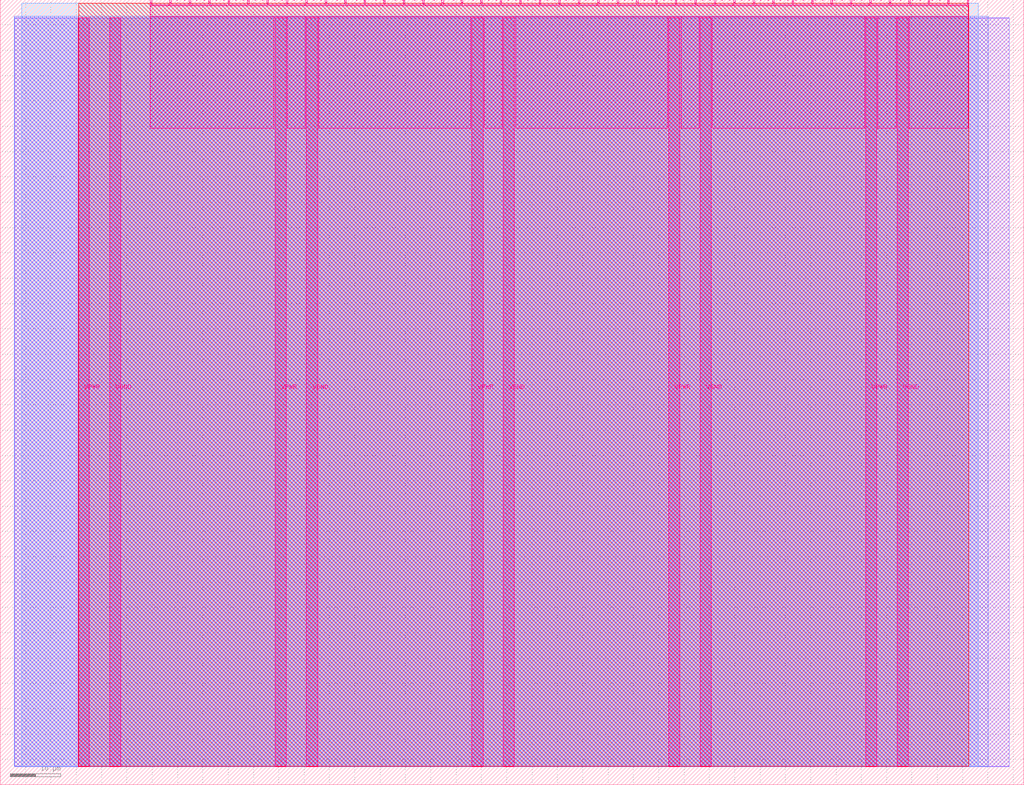
<source format=lef>
VERSION 5.7 ;
  NOWIREEXTENSIONATPIN ON ;
  DIVIDERCHAR "/" ;
  BUSBITCHARS "[]" ;
MACRO tt_um_algofoogle_tt09_ring_osc2
  CLASS BLOCK ;
  FOREIGN tt_um_algofoogle_tt09_ring_osc2 ;
  ORIGIN 0.000 0.000 ;
  SIZE 202.080 BY 154.980 ;
  PIN VGND
    DIRECTION INOUT ;
    USE GROUND ;
    PORT
      LAYER Metal5 ;
        RECT 21.580 3.560 23.780 151.420 ;
    END
    PORT
      LAYER Metal5 ;
        RECT 60.450 3.560 62.650 151.420 ;
    END
    PORT
      LAYER Metal5 ;
        RECT 99.320 3.560 101.520 151.420 ;
    END
    PORT
      LAYER Metal5 ;
        RECT 138.190 3.560 140.390 151.420 ;
    END
    PORT
      LAYER Metal5 ;
        RECT 177.060 3.560 179.260 151.420 ;
    END
  END VGND
  PIN VPWR
    DIRECTION INOUT ;
    USE POWER ;
    PORT
      LAYER Metal5 ;
        RECT 15.380 3.560 17.580 151.420 ;
    END
    PORT
      LAYER Metal5 ;
        RECT 54.250 3.560 56.450 151.420 ;
    END
    PORT
      LAYER Metal5 ;
        RECT 93.120 3.560 95.320 151.420 ;
    END
    PORT
      LAYER Metal5 ;
        RECT 131.990 3.560 134.190 151.420 ;
    END
    PORT
      LAYER Metal5 ;
        RECT 170.860 3.560 173.060 151.420 ;
    END
  END VPWR
  PIN clk
    DIRECTION INPUT ;
    USE SIGNAL ;
    PORT
      LAYER Metal5 ;
        RECT 187.050 153.980 187.350 154.980 ;
    END
  END clk
  PIN ena
    DIRECTION INPUT ;
    USE SIGNAL ;
    ANTENNAGATEAREA 0.213200 ;
    PORT
      LAYER Metal5 ;
        RECT 190.890 153.980 191.190 154.980 ;
    END
  END ena
  PIN rst_n
    DIRECTION INPUT ;
    USE SIGNAL ;
    ANTENNAGATEAREA 0.180700 ;
    PORT
      LAYER Metal5 ;
        RECT 183.210 153.980 183.510 154.980 ;
    END
  END rst_n
  PIN ui_in[0]
    DIRECTION INPUT ;
    USE SIGNAL ;
    ANTENNAGATEAREA 0.180700 ;
    PORT
      LAYER Metal5 ;
        RECT 179.370 153.980 179.670 154.980 ;
    END
  END ui_in[0]
  PIN ui_in[1]
    DIRECTION INPUT ;
    USE SIGNAL ;
    ANTENNAGATEAREA 0.180700 ;
    PORT
      LAYER Metal5 ;
        RECT 175.530 153.980 175.830 154.980 ;
    END
  END ui_in[1]
  PIN ui_in[2]
    DIRECTION INPUT ;
    USE SIGNAL ;
    ANTENNAGATEAREA 0.180700 ;
    PORT
      LAYER Metal5 ;
        RECT 171.690 153.980 171.990 154.980 ;
    END
  END ui_in[2]
  PIN ui_in[3]
    DIRECTION INPUT ;
    USE SIGNAL ;
    ANTENNAGATEAREA 0.180700 ;
    PORT
      LAYER Metal5 ;
        RECT 167.850 153.980 168.150 154.980 ;
    END
  END ui_in[3]
  PIN ui_in[4]
    DIRECTION INPUT ;
    USE SIGNAL ;
    ANTENNAGATEAREA 0.180700 ;
    PORT
      LAYER Metal5 ;
        RECT 164.010 153.980 164.310 154.980 ;
    END
  END ui_in[4]
  PIN ui_in[5]
    DIRECTION INPUT ;
    USE SIGNAL ;
    ANTENNAGATEAREA 0.180700 ;
    PORT
      LAYER Metal5 ;
        RECT 160.170 153.980 160.470 154.980 ;
    END
  END ui_in[5]
  PIN ui_in[6]
    DIRECTION INPUT ;
    USE SIGNAL ;
    ANTENNAGATEAREA 0.180700 ;
    PORT
      LAYER Metal5 ;
        RECT 156.330 153.980 156.630 154.980 ;
    END
  END ui_in[6]
  PIN ui_in[7]
    DIRECTION INPUT ;
    USE SIGNAL ;
    ANTENNAGATEAREA 0.180700 ;
    PORT
      LAYER Metal5 ;
        RECT 152.490 153.980 152.790 154.980 ;
    END
  END ui_in[7]
  PIN uio_in[0]
    DIRECTION INPUT ;
    USE SIGNAL ;
    ANTENNAGATEAREA 0.180700 ;
    PORT
      LAYER Metal5 ;
        RECT 148.650 153.980 148.950 154.980 ;
    END
  END uio_in[0]
  PIN uio_in[1]
    DIRECTION INPUT ;
    USE SIGNAL ;
    ANTENNAGATEAREA 0.180700 ;
    PORT
      LAYER Metal5 ;
        RECT 144.810 153.980 145.110 154.980 ;
    END
  END uio_in[1]
  PIN uio_in[2]
    DIRECTION INPUT ;
    USE SIGNAL ;
    ANTENNAGATEAREA 0.180700 ;
    PORT
      LAYER Metal5 ;
        RECT 140.970 153.980 141.270 154.980 ;
    END
  END uio_in[2]
  PIN uio_in[3]
    DIRECTION INPUT ;
    USE SIGNAL ;
    ANTENNAGATEAREA 0.180700 ;
    PORT
      LAYER Metal5 ;
        RECT 137.130 153.980 137.430 154.980 ;
    END
  END uio_in[3]
  PIN uio_in[4]
    DIRECTION INPUT ;
    USE SIGNAL ;
    ANTENNAGATEAREA 0.180700 ;
    PORT
      LAYER Metal5 ;
        RECT 133.290 153.980 133.590 154.980 ;
    END
  END uio_in[4]
  PIN uio_in[5]
    DIRECTION INPUT ;
    USE SIGNAL ;
    ANTENNAGATEAREA 0.180700 ;
    PORT
      LAYER Metal5 ;
        RECT 129.450 153.980 129.750 154.980 ;
    END
  END uio_in[5]
  PIN uio_in[6]
    DIRECTION INPUT ;
    USE SIGNAL ;
    ANTENNAGATEAREA 0.180700 ;
    PORT
      LAYER Metal5 ;
        RECT 125.610 153.980 125.910 154.980 ;
    END
  END uio_in[6]
  PIN uio_in[7]
    DIRECTION INPUT ;
    USE SIGNAL ;
    ANTENNAGATEAREA 0.180700 ;
    PORT
      LAYER Metal5 ;
        RECT 121.770 153.980 122.070 154.980 ;
    END
  END uio_in[7]
  PIN uio_oe[0]
    DIRECTION OUTPUT ;
    USE SIGNAL ;
    ANTENNADIFFAREA 0.392700 ;
    PORT
      LAYER Metal5 ;
        RECT 56.490 153.980 56.790 154.980 ;
    END
  END uio_oe[0]
  PIN uio_oe[1]
    DIRECTION OUTPUT ;
    USE SIGNAL ;
    ANTENNADIFFAREA 0.392700 ;
    PORT
      LAYER Metal5 ;
        RECT 52.650 153.980 52.950 154.980 ;
    END
  END uio_oe[1]
  PIN uio_oe[2]
    DIRECTION OUTPUT ;
    USE SIGNAL ;
    ANTENNADIFFAREA 0.299200 ;
    PORT
      LAYER Metal5 ;
        RECT 48.810 153.980 49.110 154.980 ;
    END
  END uio_oe[2]
  PIN uio_oe[3]
    DIRECTION OUTPUT ;
    USE SIGNAL ;
    ANTENNADIFFAREA 0.299200 ;
    PORT
      LAYER Metal5 ;
        RECT 44.970 153.980 45.270 154.980 ;
    END
  END uio_oe[3]
  PIN uio_oe[4]
    DIRECTION OUTPUT ;
    USE SIGNAL ;
    ANTENNADIFFAREA 0.299200 ;
    PORT
      LAYER Metal5 ;
        RECT 41.130 153.980 41.430 154.980 ;
    END
  END uio_oe[4]
  PIN uio_oe[5]
    DIRECTION OUTPUT ;
    USE SIGNAL ;
    ANTENNADIFFAREA 0.299200 ;
    PORT
      LAYER Metal5 ;
        RECT 37.290 153.980 37.590 154.980 ;
    END
  END uio_oe[5]
  PIN uio_oe[6]
    DIRECTION OUTPUT ;
    USE SIGNAL ;
    ANTENNADIFFAREA 0.392700 ;
    PORT
      LAYER Metal5 ;
        RECT 33.450 153.980 33.750 154.980 ;
    END
  END uio_oe[6]
  PIN uio_oe[7]
    DIRECTION OUTPUT ;
    USE SIGNAL ;
    ANTENNADIFFAREA 0.392700 ;
    PORT
      LAYER Metal5 ;
        RECT 29.610 153.980 29.910 154.980 ;
    END
  END uio_oe[7]
  PIN uio_out[0]
    DIRECTION OUTPUT ;
    USE SIGNAL ;
    ANTENNADIFFAREA 0.654800 ;
    PORT
      LAYER Metal5 ;
        RECT 87.210 153.980 87.510 154.980 ;
    END
  END uio_out[0]
  PIN uio_out[1]
    DIRECTION OUTPUT ;
    USE SIGNAL ;
    ANTENNADIFFAREA 0.714200 ;
    PORT
      LAYER Metal5 ;
        RECT 83.370 153.980 83.670 154.980 ;
    END
  END uio_out[1]
  PIN uio_out[2]
    DIRECTION OUTPUT ;
    USE SIGNAL ;
    ANTENNADIFFAREA 0.299200 ;
    PORT
      LAYER Metal5 ;
        RECT 79.530 153.980 79.830 154.980 ;
    END
  END uio_out[2]
  PIN uio_out[3]
    DIRECTION OUTPUT ;
    USE SIGNAL ;
    ANTENNADIFFAREA 0.299200 ;
    PORT
      LAYER Metal5 ;
        RECT 75.690 153.980 75.990 154.980 ;
    END
  END uio_out[3]
  PIN uio_out[4]
    DIRECTION OUTPUT ;
    USE SIGNAL ;
    ANTENNADIFFAREA 0.299200 ;
    PORT
      LAYER Metal5 ;
        RECT 71.850 153.980 72.150 154.980 ;
    END
  END uio_out[4]
  PIN uio_out[5]
    DIRECTION OUTPUT ;
    USE SIGNAL ;
    ANTENNADIFFAREA 0.299200 ;
    PORT
      LAYER Metal5 ;
        RECT 68.010 153.980 68.310 154.980 ;
    END
  END uio_out[5]
  PIN uio_out[6]
    DIRECTION OUTPUT ;
    USE SIGNAL ;
    ANTENNADIFFAREA 0.677200 ;
    PORT
      LAYER Metal5 ;
        RECT 64.170 153.980 64.470 154.980 ;
    END
  END uio_out[6]
  PIN uio_out[7]
    DIRECTION OUTPUT ;
    USE SIGNAL ;
    ANTENNADIFFAREA 0.837000 ;
    PORT
      LAYER Metal5 ;
        RECT 60.330 153.980 60.630 154.980 ;
    END
  END uio_out[7]
  PIN uo_out[0]
    DIRECTION OUTPUT ;
    USE SIGNAL ;
    ANTENNADIFFAREA 0.654800 ;
    PORT
      LAYER Metal5 ;
        RECT 117.930 153.980 118.230 154.980 ;
    END
  END uo_out[0]
  PIN uo_out[1]
    DIRECTION OUTPUT ;
    USE SIGNAL ;
    ANTENNADIFFAREA 0.654800 ;
    PORT
      LAYER Metal5 ;
        RECT 114.090 153.980 114.390 154.980 ;
    END
  END uo_out[1]
  PIN uo_out[2]
    DIRECTION OUTPUT ;
    USE SIGNAL ;
    ANTENNADIFFAREA 0.654800 ;
    PORT
      LAYER Metal5 ;
        RECT 110.250 153.980 110.550 154.980 ;
    END
  END uo_out[2]
  PIN uo_out[3]
    DIRECTION OUTPUT ;
    USE SIGNAL ;
    ANTENNADIFFAREA 0.654800 ;
    PORT
      LAYER Metal5 ;
        RECT 106.410 153.980 106.710 154.980 ;
    END
  END uo_out[3]
  PIN uo_out[4]
    DIRECTION OUTPUT ;
    USE SIGNAL ;
    ANTENNADIFFAREA 0.654800 ;
    PORT
      LAYER Metal5 ;
        RECT 102.570 153.980 102.870 154.980 ;
    END
  END uo_out[4]
  PIN uo_out[5]
    DIRECTION OUTPUT ;
    USE SIGNAL ;
    ANTENNADIFFAREA 0.654800 ;
    PORT
      LAYER Metal5 ;
        RECT 98.730 153.980 99.030 154.980 ;
    END
  END uo_out[5]
  PIN uo_out[6]
    DIRECTION OUTPUT ;
    USE SIGNAL ;
    ANTENNADIFFAREA 0.654800 ;
    PORT
      LAYER Metal5 ;
        RECT 94.890 153.980 95.190 154.980 ;
    END
  END uo_out[6]
  PIN uo_out[7]
    DIRECTION OUTPUT ;
    USE SIGNAL ;
    ANTENNADIFFAREA 0.299200 ;
    PORT
      LAYER Metal5 ;
        RECT 91.050 153.980 91.350 154.980 ;
    END
  END uo_out[7]
  OBS
      LAYER GatPoly ;
        RECT 2.880 3.630 199.200 151.350 ;
      LAYER Metal1 ;
        RECT 2.880 3.560 199.200 151.420 ;
      LAYER Metal2 ;
        RECT 2.780 3.680 195.025 151.720 ;
      LAYER Metal3 ;
        RECT 4.220 3.635 193.060 154.285 ;
      LAYER Metal4 ;
        RECT 15.515 3.680 191.185 154.240 ;
      LAYER Metal5 ;
        RECT 30.120 153.770 33.240 153.980 ;
        RECT 33.960 153.770 37.080 153.980 ;
        RECT 37.800 153.770 40.920 153.980 ;
        RECT 41.640 153.770 44.760 153.980 ;
        RECT 45.480 153.770 48.600 153.980 ;
        RECT 49.320 153.770 52.440 153.980 ;
        RECT 53.160 153.770 56.280 153.980 ;
        RECT 57.000 153.770 60.120 153.980 ;
        RECT 60.840 153.770 63.960 153.980 ;
        RECT 64.680 153.770 67.800 153.980 ;
        RECT 68.520 153.770 71.640 153.980 ;
        RECT 72.360 153.770 75.480 153.980 ;
        RECT 76.200 153.770 79.320 153.980 ;
        RECT 80.040 153.770 83.160 153.980 ;
        RECT 83.880 153.770 87.000 153.980 ;
        RECT 87.720 153.770 90.840 153.980 ;
        RECT 91.560 153.770 94.680 153.980 ;
        RECT 95.400 153.770 98.520 153.980 ;
        RECT 99.240 153.770 102.360 153.980 ;
        RECT 103.080 153.770 106.200 153.980 ;
        RECT 106.920 153.770 110.040 153.980 ;
        RECT 110.760 153.770 113.880 153.980 ;
        RECT 114.600 153.770 117.720 153.980 ;
        RECT 118.440 153.770 121.560 153.980 ;
        RECT 122.280 153.770 125.400 153.980 ;
        RECT 126.120 153.770 129.240 153.980 ;
        RECT 129.960 153.770 133.080 153.980 ;
        RECT 133.800 153.770 136.920 153.980 ;
        RECT 137.640 153.770 140.760 153.980 ;
        RECT 141.480 153.770 144.600 153.980 ;
        RECT 145.320 153.770 148.440 153.980 ;
        RECT 149.160 153.770 152.280 153.980 ;
        RECT 153.000 153.770 156.120 153.980 ;
        RECT 156.840 153.770 159.960 153.980 ;
        RECT 160.680 153.770 163.800 153.980 ;
        RECT 164.520 153.770 167.640 153.980 ;
        RECT 168.360 153.770 171.480 153.980 ;
        RECT 172.200 153.770 175.320 153.980 ;
        RECT 176.040 153.770 179.160 153.980 ;
        RECT 179.880 153.770 183.000 153.980 ;
        RECT 183.720 153.770 186.840 153.980 ;
        RECT 187.560 153.770 190.680 153.980 ;
        RECT 29.660 151.630 191.140 153.770 ;
        RECT 29.660 129.635 54.040 151.630 ;
        RECT 56.660 129.635 60.240 151.630 ;
        RECT 62.860 129.635 92.910 151.630 ;
        RECT 95.530 129.635 99.110 151.630 ;
        RECT 101.730 129.635 131.780 151.630 ;
        RECT 134.400 129.635 137.980 151.630 ;
        RECT 140.600 129.635 170.650 151.630 ;
        RECT 173.270 129.635 176.850 151.630 ;
        RECT 179.470 129.635 191.140 151.630 ;
  END
END tt_um_algofoogle_tt09_ring_osc2
END LIBRARY


</source>
